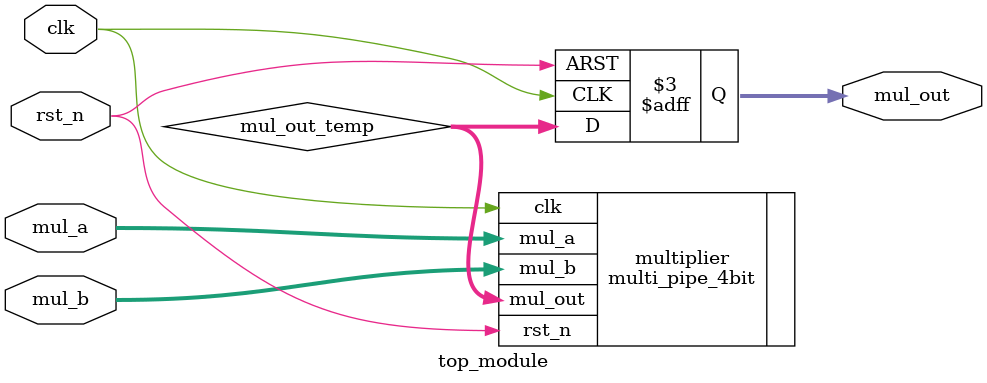
<source format=v>
module top_module(
    input clk,
    input rst_n,
    input [3:0] mul_a,
    input [3:0] mul_b,
    output reg [7:0] mul_out
);

wire [7:0] mul_out_temp;

multi_pipe_4bit multiplier(
    .clk(clk),
    .rst_n(rst_n),
    .mul_a(mul_a),
    .mul_b(mul_b),
    .mul_out(mul_out_temp)
);

always @(posedge clk or negedge rst_n) begin
    if (~rst_n) begin
        mul_out <= 8'b0;
    end else begin
        mul_out <= mul_out_temp;
    end
end

endmodule
</source>
